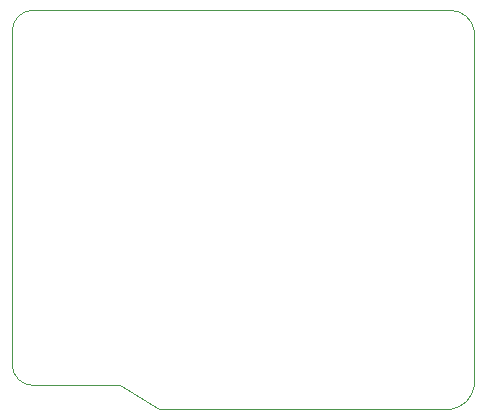
<source format=gbr>
%TF.GenerationSoftware,KiCad,Pcbnew,(6.0.7)*%
%TF.CreationDate,2022-09-12T19:53:54+08:00*%
%TF.ProjectId,STM32Breakout,53544d33-3242-4726-9561-6b6f75742e6b,rev?*%
%TF.SameCoordinates,Original*%
%TF.FileFunction,Profile,NP*%
%FSLAX46Y46*%
G04 Gerber Fmt 4.6, Leading zero omitted, Abs format (unit mm)*
G04 Created by KiCad (PCBNEW (6.0.7)) date 2022-09-12 19:53:54*
%MOMM*%
%LPD*%
G01*
G04 APERTURE LIST*
%TA.AperFunction,Profile*%
%ADD10C,0.100000*%
%TD*%
G04 APERTURE END LIST*
D10*
X88138000Y-114801618D02*
X84836000Y-112776000D01*
X75679236Y-111010764D02*
G75*
G03*
X77457236Y-112788764I1777964J-36D01*
G01*
X75679236Y-111010764D02*
X75679236Y-82791236D01*
X81267236Y-112788764D02*
X77457236Y-112788764D01*
X77457236Y-81013236D02*
X112788764Y-81026000D01*
X114808034Y-82803996D02*
G75*
G03*
X112788764Y-81026000I-2019234J-257604D01*
G01*
X114808000Y-112788764D02*
X114808000Y-82804000D01*
X112788761Y-114814357D02*
G75*
G03*
X114808000Y-112788764I-303561J2321857D01*
G01*
X77457236Y-81013236D02*
G75*
G03*
X75679236Y-82791236I-36J-1777964D01*
G01*
X88138000Y-114801618D02*
X112788764Y-114814382D01*
X84836000Y-112776000D02*
X81267236Y-112788764D01*
M02*

</source>
